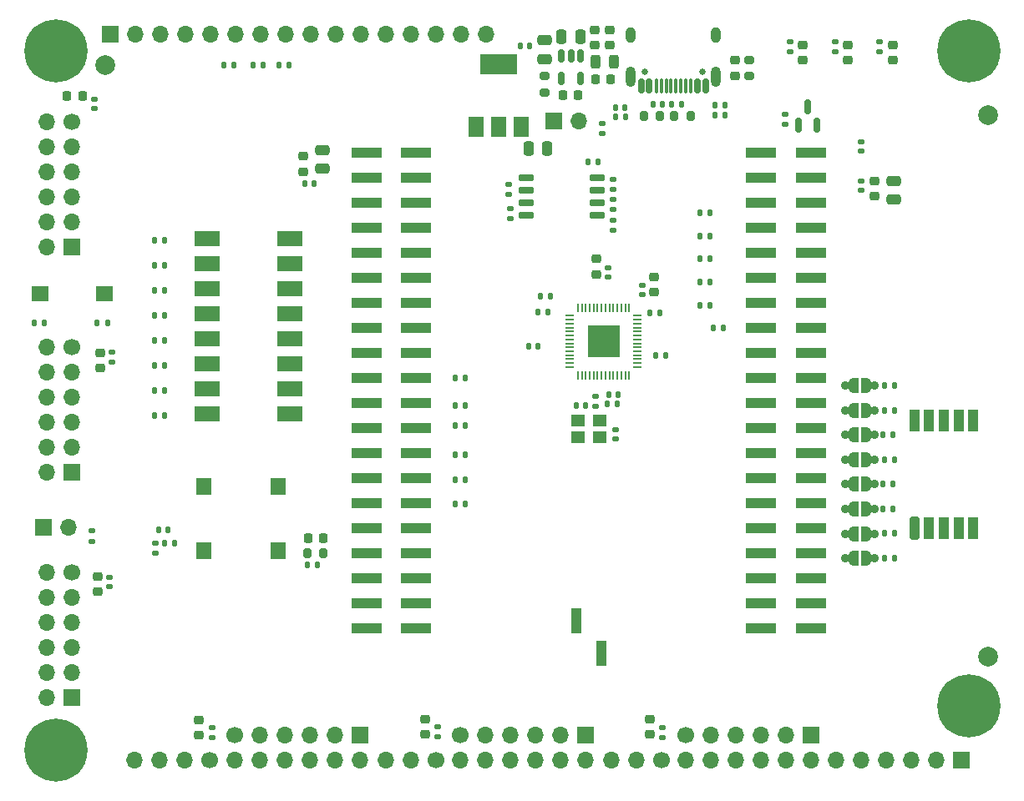
<source format=gbr>
%TF.GenerationSoftware,KiCad,Pcbnew,8.0.8-8.0.8-0~ubuntu22.04.1*%
%TF.CreationDate,2025-02-25T18:23:06-05:00*%
%TF.ProjectId,tinytapeout-demo,74696e79-7461-4706-956f-75742d64656d,2.1.2*%
%TF.SameCoordinates,PX38be5e0PY7d687e0*%
%TF.FileFunction,Soldermask,Top*%
%TF.FilePolarity,Negative*%
%FSLAX46Y46*%
G04 Gerber Fmt 4.6, Leading zero omitted, Abs format (unit mm)*
G04 Created by KiCad (PCBNEW 8.0.8-8.0.8-0~ubuntu22.04.1) date 2025-02-25 18:23:06*
%MOMM*%
%LPD*%
G01*
G04 APERTURE LIST*
G04 Aperture macros list*
%AMRoundRect*
0 Rectangle with rounded corners*
0 $1 Rounding radius*
0 $2 $3 $4 $5 $6 $7 $8 $9 X,Y pos of 4 corners*
0 Add a 4 corners polygon primitive as box body*
4,1,4,$2,$3,$4,$5,$6,$7,$8,$9,$2,$3,0*
0 Add four circle primitives for the rounded corners*
1,1,$1+$1,$2,$3*
1,1,$1+$1,$4,$5*
1,1,$1+$1,$6,$7*
1,1,$1+$1,$8,$9*
0 Add four rect primitives between the rounded corners*
20,1,$1+$1,$2,$3,$4,$5,0*
20,1,$1+$1,$4,$5,$6,$7,0*
20,1,$1+$1,$6,$7,$8,$9,0*
20,1,$1+$1,$8,$9,$2,$3,0*%
%AMFreePoly0*
4,1,19,0.500000,-0.750000,0.000000,-0.750000,0.000000,-0.744911,-0.071157,-0.744911,-0.207708,-0.704816,-0.327430,-0.627875,-0.420627,-0.520320,-0.479746,-0.390866,-0.500000,-0.250000,-0.500000,0.250000,-0.479746,0.390866,-0.420627,0.520320,-0.327430,0.627875,-0.207708,0.704816,-0.071157,0.744911,0.000000,0.744911,0.000000,0.750000,0.500000,0.750000,0.500000,-0.750000,0.500000,-0.750000,
$1*%
%AMFreePoly1*
4,1,19,0.000000,0.744911,0.071157,0.744911,0.207708,0.704816,0.327430,0.627875,0.420627,0.520320,0.479746,0.390866,0.500000,0.250000,0.500000,-0.250000,0.479746,-0.390866,0.420627,-0.520320,0.327430,-0.627875,0.207708,-0.704816,0.071157,-0.744911,0.000000,-0.744911,0.000000,-0.750000,-0.500000,-0.750000,-0.500000,0.750000,0.000000,0.750000,0.000000,0.744911,0.000000,0.744911,
$1*%
G04 Aperture macros list end*
%ADD10C,0.900000*%
%ADD11FreePoly0,0.000000*%
%ADD12FreePoly1,0.000000*%
%ADD13RoundRect,0.135000X0.135000X0.185000X-0.135000X0.185000X-0.135000X-0.185000X0.135000X-0.185000X0*%
%ADD14RoundRect,0.135000X0.185000X-0.135000X0.185000X0.135000X-0.185000X0.135000X-0.185000X-0.135000X0*%
%ADD15RoundRect,0.225000X-0.250000X0.225000X-0.250000X-0.225000X0.250000X-0.225000X0.250000X0.225000X0*%
%ADD16RoundRect,0.140000X-0.170000X0.140000X-0.170000X-0.140000X0.170000X-0.140000X0.170000X0.140000X0*%
%ADD17RoundRect,0.140000X-0.140000X-0.170000X0.140000X-0.170000X0.140000X0.170000X-0.140000X0.170000X0*%
%ADD18C,6.400000*%
%ADD19RoundRect,0.250000X0.475000X-0.250000X0.475000X0.250000X-0.475000X0.250000X-0.475000X-0.250000X0*%
%ADD20C,2.000000*%
%ADD21RoundRect,0.135000X-0.185000X0.135000X-0.185000X-0.135000X0.185000X-0.135000X0.185000X0.135000X0*%
%ADD22RoundRect,0.225000X-0.225000X-0.250000X0.225000X-0.250000X0.225000X0.250000X-0.225000X0.250000X0*%
%ADD23R,1.700000X1.700000*%
%ADD24O,1.700000X1.700000*%
%ADD25C,1.700000*%
%ADD26RoundRect,0.250000X-0.250000X-0.475000X0.250000X-0.475000X0.250000X0.475000X-0.250000X0.475000X0*%
%ADD27RoundRect,0.135000X-0.135000X-0.185000X0.135000X-0.185000X0.135000X0.185000X-0.135000X0.185000X0*%
%ADD28RoundRect,0.250000X0.250000X0.475000X-0.250000X0.475000X-0.250000X-0.475000X0.250000X-0.475000X0*%
%ADD29RoundRect,0.200000X-0.200000X-0.275000X0.200000X-0.275000X0.200000X0.275000X-0.200000X0.275000X0*%
%ADD30RoundRect,0.140000X0.140000X0.170000X-0.140000X0.170000X-0.140000X-0.170000X0.140000X-0.170000X0*%
%ADD31R,1.400000X1.200000*%
%ADD32RoundRect,0.140000X0.170000X-0.140000X0.170000X0.140000X-0.170000X0.140000X-0.170000X-0.140000X0*%
%ADD33RoundRect,0.102000X-0.700000X0.750000X-0.700000X-0.750000X0.700000X-0.750000X0.700000X0.750000X0*%
%ADD34C,0.650000*%
%ADD35RoundRect,0.150000X0.150000X0.575000X-0.150000X0.575000X-0.150000X-0.575000X0.150000X-0.575000X0*%
%ADD36RoundRect,0.075000X0.075000X0.650000X-0.075000X0.650000X-0.075000X-0.650000X0.075000X-0.650000X0*%
%ADD37O,1.000000X2.100000*%
%ADD38O,1.000000X1.600000*%
%ADD39R,1.000000X2.510000*%
%ADD40RoundRect,0.250000X-0.475000X0.250000X-0.475000X-0.250000X0.475000X-0.250000X0.475000X0.250000X0*%
%ADD41RoundRect,0.200000X-0.275000X0.200000X-0.275000X-0.200000X0.275000X-0.200000X0.275000X0.200000X0*%
%ADD42RoundRect,0.200000X0.200000X0.275000X-0.200000X0.275000X-0.200000X-0.275000X0.200000X-0.275000X0*%
%ADD43RoundRect,0.200000X0.300000X-0.950000X0.300000X0.950000X-0.300000X0.950000X-0.300000X-0.950000X0*%
%ADD44R,1.000000X2.300000*%
%ADD45RoundRect,0.150000X-0.650000X-0.150000X0.650000X-0.150000X0.650000X0.150000X-0.650000X0.150000X0*%
%ADD46RoundRect,0.225000X0.250000X-0.225000X0.250000X0.225000X-0.250000X0.225000X-0.250000X-0.225000X0*%
%ADD47RoundRect,0.050000X-0.387500X-0.050000X0.387500X-0.050000X0.387500X0.050000X-0.387500X0.050000X0*%
%ADD48RoundRect,0.050000X-0.050000X-0.387500X0.050000X-0.387500X0.050000X0.387500X-0.050000X0.387500X0*%
%ADD49R,3.200000X3.200000*%
%ADD50RoundRect,0.150000X0.150000X-0.587500X0.150000X0.587500X-0.150000X0.587500X-0.150000X-0.587500X0*%
%ADD51RoundRect,0.243750X0.243750X0.456250X-0.243750X0.456250X-0.243750X-0.456250X0.243750X-0.456250X0*%
%ADD52RoundRect,0.102000X-0.750000X-0.700000X0.750000X-0.700000X0.750000X0.700000X-0.750000X0.700000X0*%
%ADD53RoundRect,0.200000X0.275000X-0.200000X0.275000X0.200000X-0.275000X0.200000X-0.275000X-0.200000X0*%
%ADD54RoundRect,0.102000X0.700000X-0.750000X0.700000X0.750000X-0.700000X0.750000X-0.700000X-0.750000X0*%
%ADD55RoundRect,0.150000X-0.150000X0.512500X-0.150000X-0.512500X0.150000X-0.512500X0.150000X0.512500X0*%
%ADD56R,1.500000X2.000000*%
%ADD57R,3.800000X2.000000*%
%ADD58RoundRect,0.225000X0.225000X0.250000X-0.225000X0.250000X-0.225000X-0.250000X0.225000X-0.250000X0*%
%ADD59R,3.150000X1.000000*%
%ADD60RoundRect,0.218750X0.256250X-0.218750X0.256250X0.218750X-0.256250X0.218750X-0.256250X-0.218750X0*%
%ADD61R,2.600000X1.550000*%
G04 APERTURE END LIST*
D10*
%TO.C,JP7*%
X143000000Y-93500000D03*
D11*
X143850000Y-93500000D03*
D12*
X145150000Y-93500000D03*
D10*
X146000000Y-93500000D03*
%TD*%
D13*
%TO.C,R53*%
X129310000Y-78130000D03*
X128290000Y-78130000D03*
%TD*%
D14*
%TO.C,R15*%
X146500000Y-57110000D03*
X146500000Y-56090000D03*
%TD*%
D15*
%TO.C,C32*%
X117800000Y-78125000D03*
X117800000Y-79675000D03*
%TD*%
D16*
%TO.C,C23*%
X144600000Y-66220000D03*
X144600000Y-67180000D03*
%TD*%
D17*
%TO.C,C36*%
X118920000Y-92850000D03*
X119880000Y-92850000D03*
%TD*%
D13*
%TO.C,R55*%
X129310000Y-73450000D03*
X128290000Y-73450000D03*
%TD*%
D10*
%TO.C,JP1*%
X143000000Y-108500000D03*
D11*
X143850000Y-108500000D03*
D12*
X145150000Y-108500000D03*
D10*
X146000000Y-108500000D03*
%TD*%
D13*
%TO.C,R20*%
X120710000Y-63750000D03*
X119690000Y-63750000D03*
%TD*%
D18*
%TO.C,MT3*%
X63000000Y-57000000D03*
%TD*%
D19*
%TO.C,C16*%
X147900000Y-72100000D03*
X147900000Y-70200000D03*
%TD*%
D20*
%TO.C,FID3*%
X157500000Y-63500000D03*
%TD*%
D21*
%TO.C,R38*%
X119500000Y-70090000D03*
X119500000Y-71110000D03*
%TD*%
D22*
%TO.C,C48*%
X117675000Y-59900000D03*
X119225000Y-59900000D03*
%TD*%
D23*
%TO.C,J13*%
X64600000Y-99740000D03*
D24*
X64600000Y-97200000D03*
X64600000Y-94660000D03*
X64600000Y-92120000D03*
X64600000Y-89580000D03*
D25*
X64600000Y-87040000D03*
D24*
X62060000Y-99740000D03*
X62060000Y-97200000D03*
X62060000Y-94660000D03*
X62060000Y-92120000D03*
X62060000Y-89580000D03*
X62060000Y-87040000D03*
%TD*%
D26*
%TO.C,C6*%
X110900000Y-66950000D03*
X112800000Y-66950000D03*
%TD*%
D27*
%TO.C,R5*%
X72980000Y-83828571D03*
X74000000Y-83828571D03*
%TD*%
D16*
%TO.C,C56*%
X68400000Y-110420000D03*
X68400000Y-111380000D03*
%TD*%
D28*
%TO.C,C7*%
X116150000Y-55600000D03*
X114250000Y-55600000D03*
%TD*%
D29*
%TO.C,R7*%
X88485000Y-108000000D03*
X90135000Y-108000000D03*
%TD*%
D27*
%TO.C,R1*%
X72980000Y-94000000D03*
X74000000Y-94000000D03*
%TD*%
D30*
%TO.C,C29*%
X116680000Y-93000000D03*
X115720000Y-93000000D03*
%TD*%
D25*
%TO.C,J2*%
X78620000Y-129000000D03*
D24*
X76080000Y-129000000D03*
X73540000Y-129000000D03*
X71000000Y-129000000D03*
%TD*%
D30*
%TO.C,C24*%
X89180000Y-70500000D03*
X88220000Y-70500000D03*
%TD*%
D16*
%TO.C,C8*%
X124500000Y-125720000D03*
X124500000Y-126680000D03*
%TD*%
D31*
%TO.C,Y1*%
X115900000Y-96200000D03*
X118100000Y-96200000D03*
X118100000Y-94500000D03*
X115900000Y-94500000D03*
%TD*%
D14*
%TO.C,R18*%
X137400000Y-57110000D03*
X137400000Y-56090000D03*
%TD*%
D16*
%TO.C,C58*%
X66900000Y-61920000D03*
X66900000Y-62880000D03*
%TD*%
D14*
%TO.C,R50*%
X136900000Y-64510000D03*
X136900000Y-63490000D03*
%TD*%
D27*
%TO.C,R11*%
X72990000Y-76200000D03*
X74010000Y-76200000D03*
%TD*%
%TO.C,R43*%
X103490000Y-100500000D03*
X104510000Y-100500000D03*
%TD*%
D17*
%TO.C,C46*%
X129820000Y-62550000D03*
X130780000Y-62550000D03*
%TD*%
D32*
%TO.C,C4*%
X78800000Y-126680000D03*
X78800000Y-125720000D03*
%TD*%
D27*
%TO.C,R24*%
X146830000Y-103471428D03*
X147850000Y-103471428D03*
%TD*%
%TO.C,R22*%
X146980000Y-108460000D03*
X148000000Y-108460000D03*
%TD*%
D30*
%TO.C,C47*%
X120680000Y-62750000D03*
X119720000Y-62750000D03*
%TD*%
D10*
%TO.C,JP3*%
X143000000Y-103500000D03*
D11*
X143850000Y-103500000D03*
D12*
X145150000Y-103500000D03*
D10*
X146000000Y-103500000D03*
%TD*%
D27*
%TO.C,R3*%
X72980000Y-88914285D03*
X74000000Y-88914285D03*
%TD*%
D10*
%TO.C,JP8*%
X143000000Y-91000000D03*
D11*
X143850000Y-91000000D03*
D12*
X145150000Y-91000000D03*
D10*
X146000000Y-91000000D03*
%TD*%
D25*
%TO.C,J8*%
X124355000Y-129000000D03*
D24*
X121815000Y-129000000D03*
X119275000Y-129000000D03*
%TD*%
D30*
%TO.C,C2*%
X74380000Y-105600000D03*
X73420000Y-105600000D03*
%TD*%
D23*
%TO.C,J12*%
X64600000Y-122600000D03*
D24*
X64600000Y-120060000D03*
X64600000Y-117520000D03*
X64600000Y-114980000D03*
X64600000Y-112440000D03*
D25*
X64600000Y-109900000D03*
D24*
X62060000Y-122600000D03*
X62060000Y-120060000D03*
X62060000Y-117520000D03*
X62060000Y-114980000D03*
X62060000Y-112440000D03*
X62060000Y-109900000D03*
%TD*%
D13*
%TO.C,R41*%
X112843884Y-83511018D03*
X111823884Y-83511018D03*
%TD*%
D33*
%TO.C,SW2*%
X78000000Y-101250000D03*
X78000000Y-107750000D03*
%TD*%
D13*
%TO.C,R8*%
X75020000Y-107000000D03*
X74000000Y-107000000D03*
%TD*%
%TO.C,R54*%
X129310000Y-75790000D03*
X128290000Y-75790000D03*
%TD*%
D15*
%TO.C,C49*%
X119150000Y-54875000D03*
X119150000Y-56425000D03*
%TD*%
D17*
%TO.C,C35*%
X123820000Y-87900000D03*
X124780000Y-87900000D03*
%TD*%
D34*
%TO.C,J20*%
X128490000Y-59100000D03*
X122710000Y-59100000D03*
D35*
X128850000Y-60545000D03*
X128050000Y-60545000D03*
D36*
X126850000Y-60545000D03*
X125850000Y-60545000D03*
X125350000Y-60545000D03*
X124350000Y-60545000D03*
D35*
X123150000Y-60545000D03*
X122350000Y-60545000D03*
X122350000Y-60545000D03*
X123150000Y-60545000D03*
D36*
X123850000Y-60545000D03*
X124850000Y-60545000D03*
X126350000Y-60545000D03*
X127350000Y-60545000D03*
D35*
X128050000Y-60545000D03*
X128850000Y-60545000D03*
D37*
X129920000Y-59630000D03*
D38*
X129920000Y-55450000D03*
D37*
X121280000Y-59630000D03*
D38*
X121280000Y-55450000D03*
%TD*%
D23*
%TO.C,J3*%
X93855000Y-126455000D03*
D24*
X91315000Y-126455000D03*
X88775000Y-126455000D03*
X86235000Y-126455000D03*
X83695000Y-126455000D03*
D25*
X81155000Y-126455000D03*
D24*
X93855000Y-128995000D03*
X91315000Y-128995000D03*
X88775000Y-128995000D03*
X86235000Y-128995000D03*
X83695000Y-128995000D03*
X81155000Y-128995000D03*
%TD*%
D39*
%TO.C,J7*%
X118270000Y-118155000D03*
X115730000Y-114845000D03*
%TD*%
D13*
%TO.C,R12*%
X89520000Y-109200000D03*
X88500000Y-109200000D03*
%TD*%
D15*
%TO.C,C25*%
X88100000Y-67725000D03*
X88100000Y-69275000D03*
%TD*%
D18*
%TO.C,MT4*%
X155500000Y-57000000D03*
%TD*%
%TO.C,MT2*%
X155500000Y-123500000D03*
%TD*%
D15*
%TO.C,C5*%
X77500000Y-124925000D03*
X77500000Y-126475000D03*
%TD*%
D14*
%TO.C,R13*%
X73100000Y-108010000D03*
X73100000Y-106990000D03*
%TD*%
D27*
%TO.C,R21*%
X129790000Y-63500000D03*
X130810000Y-63500000D03*
%TD*%
%TO.C,R42*%
X103500000Y-103000000D03*
X104520000Y-103000000D03*
%TD*%
D23*
%TO.C,J5*%
X116715000Y-126455000D03*
D24*
X114175000Y-126455000D03*
X111635000Y-126455000D03*
X109095000Y-126455000D03*
X106555000Y-126455000D03*
D25*
X104015000Y-126455000D03*
D24*
X116715000Y-128995000D03*
X114175000Y-128995000D03*
X111635000Y-128995000D03*
X109095000Y-128995000D03*
X106555000Y-128995000D03*
X104015000Y-128995000D03*
%TD*%
D40*
%TO.C,C21*%
X90000000Y-67100000D03*
X90000000Y-69000000D03*
%TD*%
D41*
%TO.C,R49*%
X112550000Y-59575000D03*
X112550000Y-61225000D03*
%TD*%
D27*
%TO.C,R2*%
X72980000Y-91457142D03*
X74000000Y-91457142D03*
%TD*%
D42*
%TO.C,D5*%
X127325000Y-63600000D03*
X125675000Y-63600000D03*
%TD*%
D10*
%TO.C,JP2*%
X143000000Y-106000000D03*
D11*
X143850000Y-106000000D03*
D12*
X145150000Y-106000000D03*
D10*
X146000000Y-106000000D03*
%TD*%
D16*
%TO.C,C30*%
X119700000Y-95420000D03*
X119700000Y-96380000D03*
%TD*%
D27*
%TO.C,R28*%
X146980000Y-93494284D03*
X148000000Y-93494284D03*
%TD*%
D30*
%TO.C,C39*%
X113080000Y-81900000D03*
X112120000Y-81900000D03*
%TD*%
D43*
%TO.C,U1*%
X150000000Y-105450000D03*
D44*
X151500000Y-105450000D03*
X153000000Y-105450000D03*
X154500000Y-105450000D03*
X156000000Y-105450000D03*
X156000000Y-94550000D03*
X154500000Y-94550000D03*
X153000000Y-94550000D03*
X151500000Y-94550000D03*
X150000000Y-94550000D03*
%TD*%
D27*
%TO.C,R23*%
X146980000Y-105965714D03*
X148000000Y-105965714D03*
%TD*%
D30*
%TO.C,C38*%
X111880000Y-87000000D03*
X110920000Y-87000000D03*
%TD*%
D27*
%TO.C,R45*%
X103490000Y-95000000D03*
X104510000Y-95000000D03*
%TD*%
D45*
%TO.C,U5*%
X110700000Y-69895000D03*
X110700000Y-71165000D03*
X110700000Y-72435000D03*
X110700000Y-73705000D03*
X117900000Y-73705000D03*
X117900000Y-72435000D03*
X117900000Y-71165000D03*
X117900000Y-69895000D03*
%TD*%
D13*
%TO.C,R51*%
X129310000Y-82810000D03*
X128290000Y-82810000D03*
%TD*%
D46*
%TO.C,C37*%
X123600000Y-81475000D03*
X123600000Y-79925000D03*
%TD*%
D14*
%TO.C,R35*%
X109050000Y-74010000D03*
X109050000Y-72990000D03*
%TD*%
D23*
%TO.C,J10*%
X61725000Y-105395000D03*
D24*
X64265000Y-105395000D03*
%TD*%
D47*
%TO.C,U6*%
X115062500Y-83900000D03*
X115062500Y-84300000D03*
X115062500Y-84700000D03*
X115062500Y-85100000D03*
X115062500Y-85500000D03*
X115062500Y-85900000D03*
X115062500Y-86300000D03*
X115062500Y-86700000D03*
X115062500Y-87100000D03*
X115062500Y-87500000D03*
X115062500Y-87900000D03*
X115062500Y-88300000D03*
X115062500Y-88700000D03*
X115062500Y-89100000D03*
D48*
X115900000Y-89937500D03*
X116300000Y-89937500D03*
X116700000Y-89937500D03*
X117100000Y-89937500D03*
X117500000Y-89937500D03*
X117900000Y-89937500D03*
X118300000Y-89937500D03*
X118700000Y-89937500D03*
X119100000Y-89937500D03*
X119500000Y-89937500D03*
X119900000Y-89937500D03*
X120300000Y-89937500D03*
X120700000Y-89937500D03*
X121100000Y-89937500D03*
D47*
X121937500Y-89100000D03*
X121937500Y-88700000D03*
X121937500Y-88300000D03*
X121937500Y-87900000D03*
X121937500Y-87500000D03*
X121937500Y-87100000D03*
X121937500Y-86700000D03*
X121937500Y-86300000D03*
X121937500Y-85900000D03*
X121937500Y-85500000D03*
X121937500Y-85100000D03*
X121937500Y-84700000D03*
X121937500Y-84300000D03*
X121937500Y-83900000D03*
D48*
X121100000Y-83062500D03*
X120700000Y-83062500D03*
X120300000Y-83062500D03*
X119900000Y-83062500D03*
X119500000Y-83062500D03*
X119100000Y-83062500D03*
X118700000Y-83062500D03*
X118300000Y-83062500D03*
X117900000Y-83062500D03*
X117500000Y-83062500D03*
X117100000Y-83062500D03*
X116700000Y-83062500D03*
X116300000Y-83062500D03*
X115900000Y-83062500D03*
D49*
X118500000Y-86500000D03*
%TD*%
D32*
%TO.C,C33*%
X122400000Y-81780000D03*
X122400000Y-80820000D03*
%TD*%
D50*
%TO.C,Q1*%
X138250000Y-64537500D03*
X140150000Y-64537500D03*
X139200000Y-62662500D03*
%TD*%
D27*
%TO.C,R27*%
X146830000Y-95988570D03*
X147850000Y-95988570D03*
%TD*%
D25*
%TO.C,J17*%
X101510000Y-129000000D03*
D24*
X98970000Y-129000000D03*
X96430000Y-129000000D03*
%TD*%
D46*
%TO.C,C9*%
X123200000Y-126375000D03*
X123200000Y-124825000D03*
%TD*%
D51*
%TO.C,F1*%
X119537500Y-58150000D03*
X117662500Y-58150000D03*
%TD*%
D23*
%TO.C,J9*%
X68500000Y-55300000D03*
D24*
X71040000Y-55300000D03*
X73580000Y-55300000D03*
X76120000Y-55300000D03*
X78660000Y-55300000D03*
X81200000Y-55300000D03*
X83740000Y-55300000D03*
X86280000Y-55300000D03*
X88820000Y-55300000D03*
X91360000Y-55300000D03*
X93900000Y-55300000D03*
X96440000Y-55300000D03*
X98980000Y-55300000D03*
X101520000Y-55300000D03*
X104060000Y-55300000D03*
X106600000Y-55300000D03*
%TD*%
D17*
%TO.C,C12*%
X110070000Y-56500000D03*
X111030000Y-56500000D03*
%TD*%
D21*
%TO.C,R40*%
X108900000Y-70540000D03*
X108900000Y-71560000D03*
%TD*%
D30*
%TO.C,C45*%
X124480000Y-62400000D03*
X123520000Y-62400000D03*
%TD*%
D14*
%TO.C,R37*%
X117700000Y-93110000D03*
X117700000Y-92090000D03*
%TD*%
D32*
%TO.C,C26*%
X144600000Y-71180000D03*
X144600000Y-70220000D03*
%TD*%
D15*
%TO.C,C15*%
X100400000Y-124825000D03*
X100400000Y-126375000D03*
%TD*%
D52*
%TO.C,SW3*%
X61375000Y-81700000D03*
X67875000Y-81700000D03*
%TD*%
D53*
%TO.C,R16*%
X133300000Y-59575000D03*
X133300000Y-57925000D03*
%TD*%
D46*
%TO.C,C17*%
X146000000Y-71775000D03*
X146000000Y-70225000D03*
%TD*%
D54*
%TO.C,SW1*%
X85500000Y-107750000D03*
X85500000Y-101250000D03*
%TD*%
D46*
%TO.C,C3*%
X131800000Y-59525000D03*
X131800000Y-57975000D03*
%TD*%
D20*
%TO.C,FID2*%
X68000000Y-58500000D03*
%TD*%
D14*
%TO.C,R17*%
X142000000Y-57110000D03*
X142000000Y-56090000D03*
%TD*%
D17*
%TO.C,C34*%
X123220000Y-83600000D03*
X124180000Y-83600000D03*
%TD*%
D10*
%TO.C,JP5*%
X143000000Y-98500000D03*
D11*
X143850000Y-98500000D03*
D12*
X145150000Y-98500000D03*
D10*
X146000000Y-98500000D03*
%TD*%
D13*
%TO.C,R31*%
X81010000Y-58500000D03*
X79990000Y-58500000D03*
%TD*%
D55*
%TO.C,U3*%
X116150000Y-57562500D03*
X115200000Y-57562500D03*
X114250000Y-57562500D03*
X114250000Y-59837500D03*
X116150000Y-59837500D03*
%TD*%
D16*
%TO.C,C60*%
X68700000Y-87625000D03*
X68700000Y-88585000D03*
%TD*%
D56*
%TO.C,U2*%
X105600000Y-64700000D03*
X107900000Y-64700000D03*
D57*
X107900000Y-58400000D03*
D56*
X110200000Y-64700000D03*
%TD*%
D27*
%TO.C,R25*%
X146830000Y-100977142D03*
X147850000Y-100977142D03*
%TD*%
D23*
%TO.C,J14*%
X64600000Y-76880000D03*
D24*
X64600000Y-74340000D03*
X64600000Y-71800000D03*
X64600000Y-69260000D03*
X64600000Y-66720000D03*
D25*
X64600000Y-64180000D03*
D24*
X62060000Y-76880000D03*
X62060000Y-74340000D03*
X62060000Y-71800000D03*
X62060000Y-69260000D03*
X62060000Y-66720000D03*
X62060000Y-64180000D03*
%TD*%
D20*
%TO.C,FID1*%
X157500000Y-118500000D03*
%TD*%
D27*
%TO.C,R29*%
X146980000Y-91000000D03*
X148000000Y-91000000D03*
%TD*%
D46*
%TO.C,C61*%
X67500000Y-89230000D03*
X67500000Y-87680000D03*
%TD*%
D27*
%TO.C,R47*%
X103490000Y-90190000D03*
X104510000Y-90190000D03*
%TD*%
%TO.C,R6*%
X72980000Y-81285714D03*
X74000000Y-81285714D03*
%TD*%
D10*
%TO.C,JP6*%
X143000000Y-96000000D03*
D11*
X143850000Y-96000000D03*
D12*
X145150000Y-96000000D03*
D10*
X146000000Y-96000000D03*
%TD*%
D58*
%TO.C,C11*%
X115925000Y-61500000D03*
X114375000Y-61500000D03*
%TD*%
D59*
%TO.C,J4*%
X94475000Y-67370000D03*
X99525000Y-67370000D03*
X94475000Y-69910000D03*
X99525000Y-69910000D03*
X94475000Y-72450000D03*
X99525000Y-72450000D03*
X94475000Y-74990000D03*
X99525000Y-74990000D03*
X94475000Y-77530000D03*
X99525000Y-77530000D03*
X94475000Y-80070000D03*
X99525000Y-80070000D03*
X94475000Y-82610000D03*
X99525000Y-82610000D03*
X94475000Y-85150000D03*
X99525000Y-85150000D03*
X94475000Y-87690000D03*
X99525000Y-87690000D03*
X94475000Y-90230000D03*
X99525000Y-90230000D03*
X94475000Y-92770000D03*
X99525000Y-92770000D03*
X94475000Y-95310000D03*
X99525000Y-95310000D03*
X94475000Y-97850000D03*
X99525000Y-97850000D03*
X94475000Y-100390000D03*
X99525000Y-100390000D03*
X94475000Y-102930000D03*
X99525000Y-102930000D03*
X94475000Y-105470000D03*
X99525000Y-105470000D03*
X94475000Y-108010000D03*
X99525000Y-108010000D03*
X94475000Y-110550000D03*
X99525000Y-110550000D03*
X94475000Y-113090000D03*
X99525000Y-113090000D03*
X94475000Y-115630000D03*
X99525000Y-115630000D03*
X134475000Y-67370000D03*
X139525000Y-67370000D03*
X134475000Y-69910000D03*
X139525000Y-69910000D03*
X134475000Y-72450000D03*
X139525000Y-72450000D03*
X134475000Y-74990000D03*
X139525000Y-74990000D03*
X134475000Y-77530000D03*
X139525000Y-77530000D03*
X134475000Y-80070000D03*
X139525000Y-80070000D03*
X134475000Y-82610000D03*
X139525000Y-82610000D03*
X134475000Y-85150000D03*
X139525000Y-85150000D03*
X134475000Y-87690000D03*
X139525000Y-87690000D03*
X134475000Y-90230000D03*
X139525000Y-90230000D03*
X134475000Y-92770000D03*
X139525000Y-92770000D03*
X134475000Y-95310000D03*
X139525000Y-95310000D03*
X134475000Y-97850000D03*
X139525000Y-97850000D03*
X134475000Y-100390000D03*
X139525000Y-100390000D03*
X134475000Y-102930000D03*
X139525000Y-102930000D03*
X134475000Y-105470000D03*
X139525000Y-105470000D03*
X134475000Y-108010000D03*
X139525000Y-108010000D03*
X134475000Y-110550000D03*
X139525000Y-110550000D03*
X134475000Y-113090000D03*
X139525000Y-113090000D03*
X134475000Y-115630000D03*
X139525000Y-115630000D03*
%TD*%
D23*
%TO.C,J1*%
X154810000Y-129000000D03*
D24*
X152270000Y-129000000D03*
X149730000Y-129000000D03*
X147190000Y-129000000D03*
X144650000Y-129000000D03*
X142110000Y-129000000D03*
%TD*%
D27*
%TO.C,R10*%
X72980000Y-78742857D03*
X74000000Y-78742857D03*
%TD*%
D23*
%TO.C,J19*%
X113450000Y-64100000D03*
D24*
X115990000Y-64100000D03*
%TD*%
D60*
%TO.C,D2*%
X143250000Y-57987500D03*
X143250000Y-56412500D03*
%TD*%
D13*
%TO.C,R30*%
X86610000Y-58500000D03*
X85590000Y-58500000D03*
%TD*%
D27*
%TO.C,R44*%
X103490000Y-98000000D03*
X104510000Y-98000000D03*
%TD*%
%TO.C,R26*%
X146980000Y-98482856D03*
X148000000Y-98482856D03*
%TD*%
D32*
%TO.C,C41*%
X119000000Y-79980000D03*
X119000000Y-79020000D03*
%TD*%
%TO.C,C13*%
X118350000Y-65380000D03*
X118350000Y-64420000D03*
%TD*%
D13*
%TO.C,R48*%
X130610000Y-85150000D03*
X129590000Y-85150000D03*
%TD*%
%TO.C,R52*%
X129310000Y-80470000D03*
X128290000Y-80470000D03*
%TD*%
D60*
%TO.C,FB1*%
X117650000Y-56437500D03*
X117650000Y-54862500D03*
%TD*%
D23*
%TO.C,J6*%
X139575000Y-126455000D03*
D24*
X137035000Y-126455000D03*
X134495000Y-126455000D03*
X131955000Y-126455000D03*
X129415000Y-126455000D03*
D25*
X126875000Y-126455000D03*
D24*
X139575000Y-128995000D03*
X137035000Y-128995000D03*
X134495000Y-128995000D03*
X131955000Y-128995000D03*
X129415000Y-128995000D03*
X126875000Y-128995000D03*
%TD*%
D10*
%TO.C,JP4*%
X143000000Y-101000000D03*
D11*
X143850000Y-101000000D03*
D12*
X145150000Y-101000000D03*
D10*
X146000000Y-101000000D03*
%TD*%
D46*
%TO.C,C57*%
X67200000Y-111875000D03*
X67200000Y-110325000D03*
%TD*%
D32*
%TO.C,C14*%
X101700000Y-126580000D03*
X101700000Y-125620000D03*
%TD*%
D60*
%TO.C,D3*%
X138700000Y-57987500D03*
X138700000Y-56412500D03*
%TD*%
D14*
%TO.C,R34*%
X119500000Y-73110000D03*
X119500000Y-72090000D03*
%TD*%
D27*
%TO.C,R9*%
X67190000Y-84600000D03*
X68210000Y-84600000D03*
%TD*%
%TO.C,R46*%
X103490000Y-93000000D03*
X104510000Y-93000000D03*
%TD*%
D60*
%TO.C,D1*%
X147800000Y-57987500D03*
X147800000Y-56412500D03*
%TD*%
D21*
%TO.C,R39*%
X119500000Y-74190000D03*
X119500000Y-75210000D03*
%TD*%
D40*
%TO.C,C10*%
X112500000Y-55950000D03*
X112500000Y-57850000D03*
%TD*%
D29*
%TO.C,D6*%
X122575000Y-63600000D03*
X124225000Y-63600000D03*
%TD*%
D27*
%TO.C,R32*%
X82990000Y-58500000D03*
X84010000Y-58500000D03*
%TD*%
D18*
%TO.C,MT1*%
X63000000Y-128000000D03*
%TD*%
D27*
%TO.C,R4*%
X72980000Y-86371428D03*
X74000000Y-86371428D03*
%TD*%
D17*
%TO.C,C40*%
X119020000Y-91900000D03*
X119980000Y-91900000D03*
%TD*%
D58*
%TO.C,C1*%
X90085000Y-106500000D03*
X88535000Y-106500000D03*
%TD*%
D61*
%TO.C,SW4*%
X78300000Y-76110000D03*
X78300000Y-78650000D03*
X78300000Y-81190000D03*
X78300000Y-83730000D03*
X78300000Y-86270000D03*
X78300000Y-88810000D03*
X78300000Y-91350000D03*
X78300000Y-93890000D03*
X86700000Y-93890000D03*
X86700000Y-91350000D03*
X86700000Y-88810000D03*
X86700000Y-86270000D03*
X86700000Y-83730000D03*
X86700000Y-81190000D03*
X86700000Y-78650000D03*
X86700000Y-76110000D03*
%TD*%
D17*
%TO.C,C44*%
X125420000Y-62400000D03*
X126380000Y-62400000D03*
%TD*%
D14*
%TO.C,R36*%
X66600000Y-106765000D03*
X66600000Y-105745000D03*
%TD*%
D22*
%TO.C,C59*%
X64125000Y-61600000D03*
X65675000Y-61600000D03*
%TD*%
D17*
%TO.C,C31*%
X116970000Y-68300000D03*
X117930000Y-68300000D03*
%TD*%
D27*
%TO.C,R14*%
X60790000Y-84600000D03*
X61810000Y-84600000D03*
%TD*%
M02*

</source>
